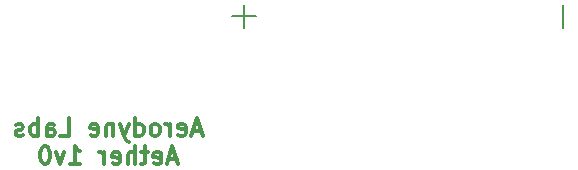
<source format=gbo>
G04 (created by PCBNEW (2013-07-07 BZR 4022)-stable) date 3/11/2014 9:35:09 AM*
%MOIN*%
G04 Gerber Fmt 3.4, Leading zero omitted, Abs format*
%FSLAX34Y34*%
G01*
G70*
G90*
G04 APERTURE LIST*
%ADD10C,0.00590551*%
%ADD11C,0.011811*%
%ADD12C,0.008*%
%ADD13R,0.075X0.075*%
%ADD14C,0.075*%
%ADD15C,0.0984252*%
%ADD16R,0.165X0.1049*%
%ADD17C,0.110236*%
G04 APERTURE END LIST*
G54D10*
G54D11*
X8998Y-7156D02*
X8717Y-7156D01*
X9055Y-7325D02*
X8858Y-6735D01*
X8661Y-7325D01*
X8239Y-7297D02*
X8295Y-7325D01*
X8408Y-7325D01*
X8464Y-7297D01*
X8492Y-7241D01*
X8492Y-7016D01*
X8464Y-6960D01*
X8408Y-6931D01*
X8295Y-6931D01*
X8239Y-6960D01*
X8211Y-7016D01*
X8211Y-7072D01*
X8492Y-7128D01*
X7958Y-7325D02*
X7958Y-6931D01*
X7958Y-7044D02*
X7930Y-6988D01*
X7902Y-6960D01*
X7845Y-6931D01*
X7789Y-6931D01*
X7508Y-7325D02*
X7564Y-7297D01*
X7592Y-7269D01*
X7620Y-7213D01*
X7620Y-7044D01*
X7592Y-6988D01*
X7564Y-6960D01*
X7508Y-6931D01*
X7424Y-6931D01*
X7367Y-6960D01*
X7339Y-6988D01*
X7311Y-7044D01*
X7311Y-7213D01*
X7339Y-7269D01*
X7367Y-7297D01*
X7424Y-7325D01*
X7508Y-7325D01*
X6805Y-7325D02*
X6805Y-6735D01*
X6805Y-7297D02*
X6861Y-7325D01*
X6974Y-7325D01*
X7030Y-7297D01*
X7058Y-7269D01*
X7086Y-7213D01*
X7086Y-7044D01*
X7058Y-6988D01*
X7030Y-6960D01*
X6974Y-6931D01*
X6861Y-6931D01*
X6805Y-6960D01*
X6580Y-6931D02*
X6439Y-7325D01*
X6299Y-6931D02*
X6439Y-7325D01*
X6496Y-7466D01*
X6524Y-7494D01*
X6580Y-7522D01*
X6074Y-6931D02*
X6074Y-7325D01*
X6074Y-6988D02*
X6046Y-6960D01*
X5989Y-6931D01*
X5905Y-6931D01*
X5849Y-6960D01*
X5821Y-7016D01*
X5821Y-7325D01*
X5314Y-7297D02*
X5371Y-7325D01*
X5483Y-7325D01*
X5539Y-7297D01*
X5568Y-7241D01*
X5568Y-7016D01*
X5539Y-6960D01*
X5483Y-6931D01*
X5371Y-6931D01*
X5314Y-6960D01*
X5286Y-7016D01*
X5286Y-7072D01*
X5568Y-7128D01*
X4302Y-7325D02*
X4583Y-7325D01*
X4583Y-6735D01*
X3852Y-7325D02*
X3852Y-7016D01*
X3880Y-6960D01*
X3937Y-6931D01*
X4049Y-6931D01*
X4105Y-6960D01*
X3852Y-7297D02*
X3908Y-7325D01*
X4049Y-7325D01*
X4105Y-7297D01*
X4133Y-7241D01*
X4133Y-7185D01*
X4105Y-7128D01*
X4049Y-7100D01*
X3908Y-7100D01*
X3852Y-7072D01*
X3571Y-7325D02*
X3571Y-6735D01*
X3571Y-6960D02*
X3515Y-6931D01*
X3402Y-6931D01*
X3346Y-6960D01*
X3318Y-6988D01*
X3290Y-7044D01*
X3290Y-7213D01*
X3318Y-7269D01*
X3346Y-7297D01*
X3402Y-7325D01*
X3515Y-7325D01*
X3571Y-7297D01*
X3065Y-7297D02*
X3008Y-7325D01*
X2896Y-7325D01*
X2840Y-7297D01*
X2812Y-7241D01*
X2812Y-7213D01*
X2840Y-7156D01*
X2896Y-7128D01*
X2980Y-7128D01*
X3037Y-7100D01*
X3065Y-7044D01*
X3065Y-7016D01*
X3037Y-6960D01*
X2980Y-6931D01*
X2896Y-6931D01*
X2840Y-6960D01*
X8183Y-8101D02*
X7902Y-8101D01*
X8239Y-8270D02*
X8042Y-7679D01*
X7845Y-8270D01*
X7424Y-8242D02*
X7480Y-8270D01*
X7592Y-8270D01*
X7649Y-8242D01*
X7677Y-8186D01*
X7677Y-7961D01*
X7649Y-7904D01*
X7592Y-7876D01*
X7480Y-7876D01*
X7424Y-7904D01*
X7395Y-7961D01*
X7395Y-8017D01*
X7677Y-8073D01*
X7227Y-7876D02*
X7002Y-7876D01*
X7142Y-7679D02*
X7142Y-8186D01*
X7114Y-8242D01*
X7058Y-8270D01*
X7002Y-8270D01*
X6805Y-8270D02*
X6805Y-7679D01*
X6552Y-8270D02*
X6552Y-7961D01*
X6580Y-7904D01*
X6636Y-7876D01*
X6721Y-7876D01*
X6777Y-7904D01*
X6805Y-7933D01*
X6046Y-8242D02*
X6102Y-8270D01*
X6214Y-8270D01*
X6271Y-8242D01*
X6299Y-8186D01*
X6299Y-7961D01*
X6271Y-7904D01*
X6214Y-7876D01*
X6102Y-7876D01*
X6046Y-7904D01*
X6017Y-7961D01*
X6017Y-8017D01*
X6299Y-8073D01*
X5764Y-8270D02*
X5764Y-7876D01*
X5764Y-7989D02*
X5736Y-7933D01*
X5708Y-7904D01*
X5652Y-7876D01*
X5596Y-7876D01*
X4640Y-8270D02*
X4977Y-8270D01*
X4808Y-8270D02*
X4808Y-7679D01*
X4865Y-7764D01*
X4921Y-7820D01*
X4977Y-7848D01*
X4443Y-7876D02*
X4302Y-8270D01*
X4161Y-7876D01*
X3824Y-7679D02*
X3768Y-7679D01*
X3712Y-7708D01*
X3683Y-7736D01*
X3655Y-7792D01*
X3627Y-7904D01*
X3627Y-8045D01*
X3655Y-8158D01*
X3683Y-8214D01*
X3712Y-8242D01*
X3768Y-8270D01*
X3824Y-8270D01*
X3880Y-8242D01*
X3908Y-8214D01*
X3937Y-8158D01*
X3965Y-8045D01*
X3965Y-7904D01*
X3937Y-7792D01*
X3908Y-7736D01*
X3880Y-7708D01*
X3824Y-7679D01*
G54D12*
X21062Y-3740D02*
X21062Y-2952D01*
X10433Y-3740D02*
X10433Y-2952D01*
X10039Y-3346D02*
X10826Y-3346D01*
%LPC*%
G54D13*
X11664Y-9389D03*
G54D14*
X11564Y-8389D03*
X11664Y-7389D03*
X11564Y-6389D03*
X11664Y-5389D03*
X11555Y-4397D03*
G54D13*
X17519Y-877D03*
G54D14*
X17519Y-1877D03*
G54D13*
X13385Y-8358D03*
G54D14*
X13385Y-9358D03*
G54D13*
X10039Y-877D03*
G54D14*
X10039Y-1877D03*
G54D13*
X787Y-3633D03*
G54D14*
X787Y-4633D03*
G54D13*
X19078Y-787D03*
G54D14*
X20078Y-787D03*
X21078Y-787D03*
G54D13*
X23622Y-7070D03*
G54D14*
X23622Y-8070D03*
X23622Y-9070D03*
G54D15*
X9147Y-3346D03*
X6147Y-3346D03*
X25348Y-3346D03*
X22348Y-3346D03*
G54D16*
X25118Y-6695D03*
X25118Y-9448D03*
X25118Y-6692D03*
G54D17*
X25393Y-787D03*
X787Y-787D03*
M02*

</source>
